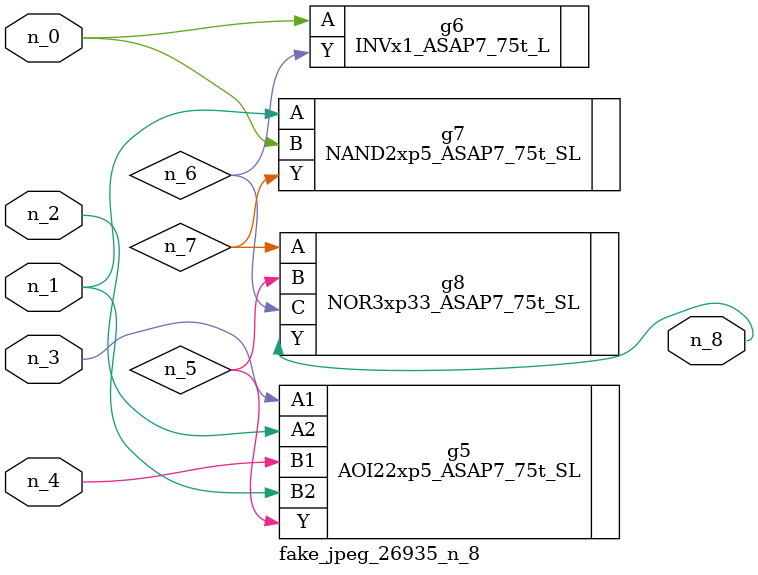
<source format=v>
module fake_jpeg_26935_n_8 (n_3, n_2, n_1, n_0, n_4, n_8);

input n_3;
input n_2;
input n_1;
input n_0;
input n_4;

output n_8;

wire n_6;
wire n_5;
wire n_7;

AOI22xp5_ASAP7_75t_SL g5 ( 
.A1(n_3),
.A2(n_2),
.B1(n_4),
.B2(n_1),
.Y(n_5)
);

INVx1_ASAP7_75t_L g6 ( 
.A(n_0),
.Y(n_6)
);

NAND2xp5_ASAP7_75t_SL g7 ( 
.A(n_1),
.B(n_0),
.Y(n_7)
);

NOR3xp33_ASAP7_75t_SL g8 ( 
.A(n_7),
.B(n_5),
.C(n_6),
.Y(n_8)
);


endmodule
</source>
